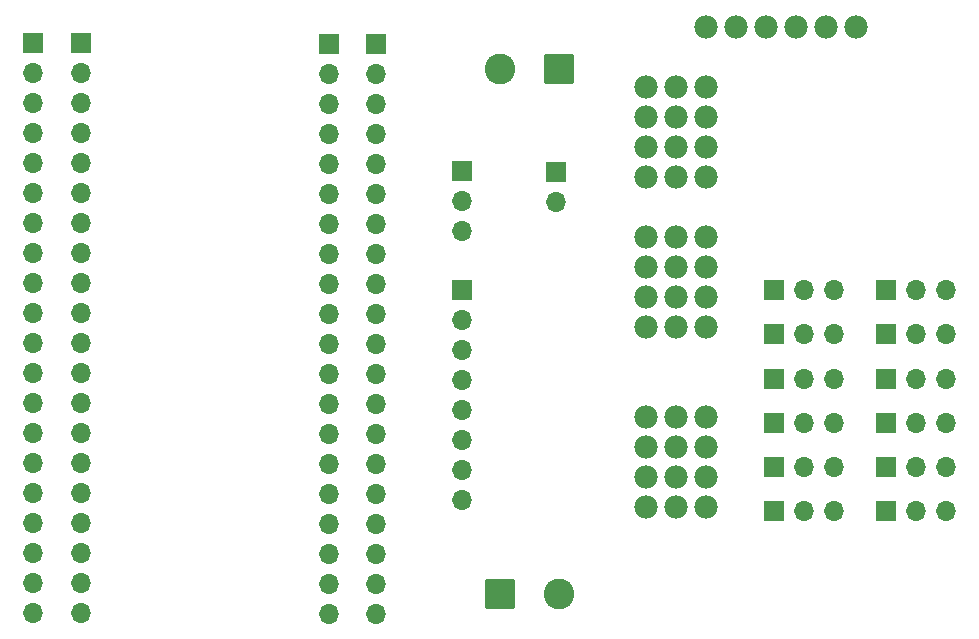
<source format=gbr>
%TF.GenerationSoftware,KiCad,Pcbnew,9.0.0*%
%TF.CreationDate,2025-03-26T16:28:11-04:00*%
%TF.ProjectId,spotmicro21mm,73706f74-6d69-4637-926f-32316d6d2e6b,rev?*%
%TF.SameCoordinates,Original*%
%TF.FileFunction,Soldermask,Top*%
%TF.FilePolarity,Negative*%
%FSLAX46Y46*%
G04 Gerber Fmt 4.6, Leading zero omitted, Abs format (unit mm)*
G04 Created by KiCad (PCBNEW 9.0.0) date 2025-03-26 16:28:11*
%MOMM*%
%LPD*%
G01*
G04 APERTURE LIST*
G04 Aperture macros list*
%AMRoundRect*
0 Rectangle with rounded corners*
0 $1 Rounding radius*
0 $2 $3 $4 $5 $6 $7 $8 $9 X,Y pos of 4 corners*
0 Add a 4 corners polygon primitive as box body*
4,1,4,$2,$3,$4,$5,$6,$7,$8,$9,$2,$3,0*
0 Add four circle primitives for the rounded corners*
1,1,$1+$1,$2,$3*
1,1,$1+$1,$4,$5*
1,1,$1+$1,$6,$7*
1,1,$1+$1,$8,$9*
0 Add four rect primitives between the rounded corners*
20,1,$1+$1,$2,$3,$4,$5,0*
20,1,$1+$1,$4,$5,$6,$7,0*
20,1,$1+$1,$6,$7,$8,$9,0*
20,1,$1+$1,$8,$9,$2,$3,0*%
G04 Aperture macros list end*
%ADD10R,1.700000X1.700000*%
%ADD11O,1.700000X1.700000*%
%ADD12RoundRect,0.250000X1.050000X1.050000X-1.050000X1.050000X-1.050000X-1.050000X1.050000X-1.050000X0*%
%ADD13C,2.600000*%
%ADD14RoundRect,0.250000X-1.050000X-1.050000X1.050000X-1.050000X1.050000X1.050000X-1.050000X1.050000X0*%
%ADD15C,1.982000*%
G04 APERTURE END LIST*
D10*
%TO.C,J9*%
X146170000Y-88000000D03*
D11*
X148710000Y-88000000D03*
X151250000Y-88000000D03*
%TD*%
D10*
%TO.C,J14*%
X87500000Y-63360000D03*
D11*
X87500000Y-65900000D03*
X87500000Y-68440000D03*
X87500000Y-70980000D03*
X87500000Y-73520000D03*
X87500000Y-76060000D03*
X87500000Y-78600000D03*
X87500000Y-81140000D03*
X87500000Y-83680000D03*
X87500000Y-86220000D03*
X87500000Y-88760000D03*
X87500000Y-91300000D03*
X87500000Y-93840000D03*
X87500000Y-96380000D03*
X87500000Y-98920000D03*
X87500000Y-101460000D03*
X87500000Y-104000000D03*
X87500000Y-106540000D03*
X87500000Y-109080000D03*
X87500000Y-111620000D03*
%TD*%
D10*
%TO.C,J6*%
X155670000Y-99250000D03*
D11*
X158210000Y-99250000D03*
X160750000Y-99250000D03*
%TD*%
D10*
%TO.C,J18*%
X127750000Y-74250000D03*
D11*
X127750000Y-76790000D03*
%TD*%
D12*
%TO.C,J21*%
X127993453Y-65577500D03*
D13*
X122993453Y-65577500D03*
%TD*%
D10*
%TO.C,J4*%
X155670000Y-91750000D03*
D11*
X158210000Y-91750000D03*
X160750000Y-91750000D03*
%TD*%
D10*
%TO.C,J17*%
X112500000Y-63400000D03*
D11*
X112500000Y-65940000D03*
X112500000Y-68480000D03*
X112500000Y-71020000D03*
X112500000Y-73560000D03*
X112500000Y-76100000D03*
X112500000Y-78640000D03*
X112500000Y-81180000D03*
X112500000Y-83720000D03*
X112500000Y-86260000D03*
X112500000Y-88800000D03*
X112500000Y-91340000D03*
X112500000Y-93880000D03*
X112500000Y-96420000D03*
X112500000Y-98960000D03*
X112500000Y-101500000D03*
X112500000Y-104040000D03*
X112500000Y-106580000D03*
X112500000Y-109120000D03*
X112500000Y-111660000D03*
%TD*%
D10*
%TO.C,J13*%
X146170000Y-103000000D03*
D11*
X148710000Y-103000000D03*
X151250000Y-103000000D03*
%TD*%
D10*
%TO.C,J3*%
X155670000Y-88000000D03*
D11*
X158210000Y-88000000D03*
X160750000Y-88000000D03*
%TD*%
D10*
%TO.C,J15*%
X108500000Y-63400000D03*
D11*
X108500000Y-65940000D03*
X108500000Y-68480000D03*
X108500000Y-71020000D03*
X108500000Y-73560000D03*
X108500000Y-76100000D03*
X108500000Y-78640000D03*
X108500000Y-81180000D03*
X108500000Y-83720000D03*
X108500000Y-86260000D03*
X108500000Y-88800000D03*
X108500000Y-91340000D03*
X108500000Y-93880000D03*
X108500000Y-96420000D03*
X108500000Y-98960000D03*
X108500000Y-101500000D03*
X108500000Y-104040000D03*
X108500000Y-106580000D03*
X108500000Y-109120000D03*
X108500000Y-111660000D03*
%TD*%
D10*
%TO.C,J11*%
X146170000Y-95500000D03*
D11*
X148710000Y-95500000D03*
X151250000Y-95500000D03*
%TD*%
D14*
%TO.C,J1*%
X123000000Y-110000000D03*
D13*
X128000000Y-110000000D03*
%TD*%
D10*
%TO.C,J16*%
X83500000Y-63360000D03*
D11*
X83500000Y-65900000D03*
X83500000Y-68440000D03*
X83500000Y-70980000D03*
X83500000Y-73520000D03*
X83500000Y-76060000D03*
X83500000Y-78600000D03*
X83500000Y-81140000D03*
X83500000Y-83680000D03*
X83500000Y-86220000D03*
X83500000Y-88760000D03*
X83500000Y-91300000D03*
X83500000Y-93840000D03*
X83500000Y-96380000D03*
X83500000Y-98920000D03*
X83500000Y-101460000D03*
X83500000Y-104000000D03*
X83500000Y-106540000D03*
X83500000Y-109080000D03*
X83500000Y-111620000D03*
%TD*%
D10*
%TO.C,J8*%
X146170000Y-84250000D03*
D11*
X148710000Y-84250000D03*
X151250000Y-84250000D03*
%TD*%
D10*
%TO.C,J5*%
X155670000Y-95500000D03*
D11*
X158210000Y-95500000D03*
X160750000Y-95500000D03*
%TD*%
D10*
%TO.C,J10*%
X146170000Y-91750000D03*
D11*
X148710000Y-91750000D03*
X151250000Y-91750000D03*
%TD*%
D10*
%TO.C,J20*%
X119800000Y-84260000D03*
D11*
X119800000Y-86800000D03*
X119800000Y-89340000D03*
X119800000Y-91880000D03*
X119800000Y-94420000D03*
X119800000Y-96960000D03*
X119800000Y-99500000D03*
X119800000Y-102040000D03*
%TD*%
D10*
%TO.C,J12*%
X146170000Y-99250000D03*
D11*
X148710000Y-99250000D03*
X151250000Y-99250000D03*
%TD*%
D10*
%TO.C,J19*%
X119750000Y-74210000D03*
D11*
X119750000Y-76750000D03*
X119750000Y-79290000D03*
%TD*%
D10*
%TO.C,J7*%
X155670000Y-103000000D03*
D11*
X158210000Y-103000000D03*
X160750000Y-103000000D03*
%TD*%
D15*
%TO.C,U2*%
X140440000Y-67050000D03*
X140440000Y-69590000D03*
X140440000Y-72130000D03*
X140440000Y-74670000D03*
X140440000Y-79750000D03*
X140440000Y-82290000D03*
X140440000Y-84830000D03*
X140440000Y-87370000D03*
X140440000Y-94990000D03*
X140440000Y-97530000D03*
X140440000Y-100070000D03*
X140440000Y-102610000D03*
X153140000Y-61970000D03*
X135360000Y-67050000D03*
X135360000Y-69590000D03*
X135360000Y-72130000D03*
X135360000Y-74670000D03*
X135360000Y-79750000D03*
X135360000Y-82290000D03*
X135360000Y-84830000D03*
X135360000Y-87370000D03*
X135360000Y-94990000D03*
X135360000Y-97530000D03*
X135360000Y-100070000D03*
X135360000Y-102610000D03*
X150600000Y-61970000D03*
X148060000Y-61970000D03*
X145520000Y-61970000D03*
X140440000Y-61970000D03*
X137900000Y-67050000D03*
X137900000Y-69590000D03*
X137900000Y-72130000D03*
X137900000Y-74670000D03*
X137900000Y-79750000D03*
X137900000Y-82290000D03*
X137900000Y-84830000D03*
X137900000Y-87370000D03*
X137900000Y-94990000D03*
X137900000Y-97530000D03*
X137900000Y-100070000D03*
X137900000Y-102610000D03*
X142980000Y-61970000D03*
%TD*%
D10*
%TO.C,J2*%
X155670000Y-84250000D03*
D11*
X158210000Y-84250000D03*
X160750000Y-84250000D03*
%TD*%
M02*

</source>
